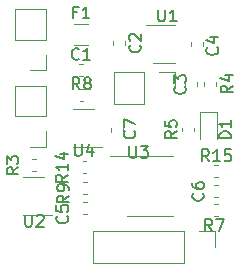
<source format=gbr>
%TF.GenerationSoftware,KiCad,Pcbnew,(5.1.6)-1*%
%TF.CreationDate,2020-11-25T11:03:50+08:00*%
%TF.ProjectId,BCG_Piezo_Integrated_V1.0,4243475f-5069-4657-9a6f-5f496e746567,rev?*%
%TF.SameCoordinates,Original*%
%TF.FileFunction,Legend,Top*%
%TF.FilePolarity,Positive*%
%FSLAX46Y46*%
G04 Gerber Fmt 4.6, Leading zero omitted, Abs format (unit mm)*
G04 Created by KiCad (PCBNEW (5.1.6)-1) date 2020-11-25 11:03:50*
%MOMM*%
%LPD*%
G01*
G04 APERTURE LIST*
%ADD10C,0.120000*%
%ADD11C,0.150000*%
G04 APERTURE END LIST*
D10*
%TO.C,U4*%
X166685800Y-139410800D02*
X164885800Y-139410800D01*
X164885800Y-142630800D02*
X167335800Y-142630800D01*
%TO.C,U2*%
X162487000Y-145136000D02*
X160687000Y-145136000D01*
X160687000Y-148356000D02*
X163137000Y-148356000D01*
%TO.C,U1*%
X171726200Y-135518800D02*
X173526200Y-135518800D01*
X173526200Y-132298800D02*
X171076200Y-132298800D01*
%TO.C,R8*%
X165796179Y-138736800D02*
X165470621Y-138736800D01*
X165796179Y-137716800D02*
X165470621Y-137716800D01*
%TO.C,R3*%
X161431921Y-143609600D02*
X161757479Y-143609600D01*
X161431921Y-144629600D02*
X161757479Y-144629600D01*
%TO.C,J3*%
X162645400Y-137404800D02*
X159985400Y-137404800D01*
X162645400Y-140004800D02*
X162645400Y-137404800D01*
X159985400Y-140004800D02*
X159985400Y-137404800D01*
X162645400Y-140004800D02*
X159985400Y-140004800D01*
X162645400Y-141274800D02*
X162645400Y-142604800D01*
X162645400Y-142604800D02*
X161315400Y-142604800D01*
%TO.C,J1*%
X162645400Y-130902400D02*
X159985400Y-130902400D01*
X162645400Y-133502400D02*
X162645400Y-130902400D01*
X159985400Y-133502400D02*
X159985400Y-130902400D01*
X162645400Y-133502400D02*
X159985400Y-133502400D01*
X162645400Y-134772400D02*
X162645400Y-136102400D01*
X162645400Y-136102400D02*
X161315400Y-136102400D01*
%TO.C,F1*%
X166184664Y-134006000D02*
X164980536Y-134006000D01*
X166184664Y-132186000D02*
X164980536Y-132186000D01*
%TO.C,C7*%
X168171400Y-141335979D02*
X168171400Y-141010421D01*
X169191400Y-141335979D02*
X169191400Y-141010421D01*
%TO.C,C4*%
X174877000Y-134020779D02*
X174877000Y-133695221D01*
X175897000Y-134020779D02*
X175897000Y-133695221D01*
%TO.C,C3*%
X175389000Y-137073321D02*
X175389000Y-137398879D01*
X174369000Y-137073321D02*
X174369000Y-137398879D01*
%TO.C,C2*%
X169293000Y-133644421D02*
X169293000Y-133969979D01*
X168273000Y-133644421D02*
X168273000Y-133969979D01*
%TO.C,C1*%
X165770879Y-136603200D02*
X165445321Y-136603200D01*
X165770879Y-135583200D02*
X165445321Y-135583200D01*
%TO.C,U3*%
X171475400Y-148457600D02*
X173425400Y-148457600D01*
X171475400Y-148457600D02*
X169525400Y-148457600D01*
X171475400Y-143337600D02*
X173425400Y-143337600D01*
X171475400Y-143337600D02*
X168025400Y-143337600D01*
%TO.C,R15*%
X176849821Y-144117600D02*
X177175379Y-144117600D01*
X176849821Y-145137600D02*
X177175379Y-145137600D01*
%TO.C,R14*%
X166050179Y-144782000D02*
X165724621Y-144782000D01*
X166050179Y-143762000D02*
X165724621Y-143762000D01*
%TO.C,R9*%
X166100979Y-146560000D02*
X165775421Y-146560000D01*
X166100979Y-145540000D02*
X165775421Y-145540000D01*
%TO.C,R7*%
X177175379Y-148439600D02*
X176849821Y-148439600D01*
X177175379Y-147419600D02*
X176849821Y-147419600D01*
%TO.C,R5*%
X174165800Y-141285179D02*
X174165800Y-140959621D01*
X175185800Y-141285179D02*
X175185800Y-140959621D01*
%TO.C,R4*%
X176045400Y-137398879D02*
X176045400Y-137073321D01*
X177065400Y-137398879D02*
X177065400Y-137073321D01*
%TO.C,J4*%
X166640200Y-149749200D02*
X166640200Y-152409200D01*
X174320200Y-149749200D02*
X166640200Y-149749200D01*
X174320200Y-152409200D02*
X166640200Y-152409200D01*
X174320200Y-149749200D02*
X174320200Y-152409200D01*
X175590200Y-149749200D02*
X176920200Y-149749200D01*
X176920200Y-149749200D02*
X176920200Y-151079200D01*
%TO.C,J2*%
X168367400Y-136287200D02*
X168367400Y-138947200D01*
X170967400Y-136287200D02*
X168367400Y-136287200D01*
X170967400Y-138947200D02*
X168367400Y-138947200D01*
X170967400Y-136287200D02*
X170967400Y-138947200D01*
X172237400Y-136287200D02*
X173567400Y-136287200D01*
X173567400Y-136287200D02*
X173567400Y-137617200D01*
%TO.C,D1*%
X177138000Y-141922400D02*
X177138000Y-139637400D01*
X177138000Y-139637400D02*
X175668000Y-139637400D01*
X175668000Y-139637400D02*
X175668000Y-141922400D01*
%TO.C,C6*%
X177200879Y-146814000D02*
X176875321Y-146814000D01*
X177200879Y-145794000D02*
X176875321Y-145794000D01*
%TO.C,C5*%
X165800721Y-147267200D02*
X166126279Y-147267200D01*
X165800721Y-148287200D02*
X166126279Y-148287200D01*
%TO.C,U4*%
D11*
X165074695Y-142352780D02*
X165074695Y-143162304D01*
X165122314Y-143257542D01*
X165169933Y-143305161D01*
X165265171Y-143352780D01*
X165455647Y-143352780D01*
X165550885Y-143305161D01*
X165598504Y-143257542D01*
X165646123Y-143162304D01*
X165646123Y-142352780D01*
X166550885Y-142686114D02*
X166550885Y-143352780D01*
X166312790Y-142305161D02*
X166074695Y-143019447D01*
X166693742Y-143019447D01*
%TO.C,U2*%
X160858295Y-148347180D02*
X160858295Y-149156704D01*
X160905914Y-149251942D01*
X160953533Y-149299561D01*
X161048771Y-149347180D01*
X161239247Y-149347180D01*
X161334485Y-149299561D01*
X161382104Y-149251942D01*
X161429723Y-149156704D01*
X161429723Y-148347180D01*
X161858295Y-148442419D02*
X161905914Y-148394800D01*
X162001152Y-148347180D01*
X162239247Y-148347180D01*
X162334485Y-148394800D01*
X162382104Y-148442419D01*
X162429723Y-148537657D01*
X162429723Y-148632895D01*
X162382104Y-148775752D01*
X161810676Y-149347180D01*
X162429723Y-149347180D01*
%TO.C,U1*%
X172135895Y-130973580D02*
X172135895Y-131783104D01*
X172183514Y-131878342D01*
X172231133Y-131925961D01*
X172326371Y-131973580D01*
X172516847Y-131973580D01*
X172612085Y-131925961D01*
X172659704Y-131878342D01*
X172707323Y-131783104D01*
X172707323Y-130973580D01*
X173707323Y-131973580D02*
X173135895Y-131973580D01*
X173421609Y-131973580D02*
X173421609Y-130973580D01*
X173326371Y-131116438D01*
X173231133Y-131211676D01*
X173135895Y-131259295D01*
%TO.C,R8*%
X165466733Y-137713980D02*
X165133400Y-137237790D01*
X164895304Y-137713980D02*
X164895304Y-136713980D01*
X165276257Y-136713980D01*
X165371495Y-136761600D01*
X165419114Y-136809219D01*
X165466733Y-136904457D01*
X165466733Y-137047314D01*
X165419114Y-137142552D01*
X165371495Y-137190171D01*
X165276257Y-137237790D01*
X164895304Y-137237790D01*
X166038161Y-137142552D02*
X165942923Y-137094933D01*
X165895304Y-137047314D01*
X165847685Y-136952076D01*
X165847685Y-136904457D01*
X165895304Y-136809219D01*
X165942923Y-136761600D01*
X166038161Y-136713980D01*
X166228638Y-136713980D01*
X166323876Y-136761600D01*
X166371495Y-136809219D01*
X166419114Y-136904457D01*
X166419114Y-136952076D01*
X166371495Y-137047314D01*
X166323876Y-137094933D01*
X166228638Y-137142552D01*
X166038161Y-137142552D01*
X165942923Y-137190171D01*
X165895304Y-137237790D01*
X165847685Y-137333028D01*
X165847685Y-137523504D01*
X165895304Y-137618742D01*
X165942923Y-137666361D01*
X166038161Y-137713980D01*
X166228638Y-137713980D01*
X166323876Y-137666361D01*
X166371495Y-137618742D01*
X166419114Y-137523504D01*
X166419114Y-137333028D01*
X166371495Y-137237790D01*
X166323876Y-137190171D01*
X166228638Y-137142552D01*
%TO.C,R3*%
X160294580Y-144337066D02*
X159818390Y-144670400D01*
X160294580Y-144908495D02*
X159294580Y-144908495D01*
X159294580Y-144527542D01*
X159342200Y-144432304D01*
X159389819Y-144384685D01*
X159485057Y-144337066D01*
X159627914Y-144337066D01*
X159723152Y-144384685D01*
X159770771Y-144432304D01*
X159818390Y-144527542D01*
X159818390Y-144908495D01*
X159294580Y-144003733D02*
X159294580Y-143384685D01*
X159675533Y-143718019D01*
X159675533Y-143575161D01*
X159723152Y-143479923D01*
X159770771Y-143432304D01*
X159866009Y-143384685D01*
X160104104Y-143384685D01*
X160199342Y-143432304D01*
X160246961Y-143479923D01*
X160294580Y-143575161D01*
X160294580Y-143860876D01*
X160246961Y-143956114D01*
X160199342Y-144003733D01*
%TO.C,F1*%
X165249266Y-131195771D02*
X164915933Y-131195771D01*
X164915933Y-131719580D02*
X164915933Y-130719580D01*
X165392123Y-130719580D01*
X166296885Y-131719580D02*
X165725457Y-131719580D01*
X166011171Y-131719580D02*
X166011171Y-130719580D01*
X165915933Y-130862438D01*
X165820695Y-130957676D01*
X165725457Y-131005295D01*
%TO.C,C7*%
X170105342Y-141238266D02*
X170152961Y-141285885D01*
X170200580Y-141428742D01*
X170200580Y-141523980D01*
X170152961Y-141666838D01*
X170057723Y-141762076D01*
X169962485Y-141809695D01*
X169772009Y-141857314D01*
X169629152Y-141857314D01*
X169438676Y-141809695D01*
X169343438Y-141762076D01*
X169248200Y-141666838D01*
X169200580Y-141523980D01*
X169200580Y-141428742D01*
X169248200Y-141285885D01*
X169295819Y-141238266D01*
X169200580Y-140904933D02*
X169200580Y-140238266D01*
X170200580Y-140666838D01*
%TO.C,C4*%
X177115742Y-134177066D02*
X177163361Y-134224685D01*
X177210980Y-134367542D01*
X177210980Y-134462780D01*
X177163361Y-134605638D01*
X177068123Y-134700876D01*
X176972885Y-134748495D01*
X176782409Y-134796114D01*
X176639552Y-134796114D01*
X176449076Y-134748495D01*
X176353838Y-134700876D01*
X176258600Y-134605638D01*
X176210980Y-134462780D01*
X176210980Y-134367542D01*
X176258600Y-134224685D01*
X176306219Y-134177066D01*
X176544314Y-133319923D02*
X177210980Y-133319923D01*
X176163361Y-133558019D02*
X176877647Y-133796114D01*
X176877647Y-133177066D01*
%TO.C,C3*%
X174372542Y-137479066D02*
X174420161Y-137526685D01*
X174467780Y-137669542D01*
X174467780Y-137764780D01*
X174420161Y-137907638D01*
X174324923Y-138002876D01*
X174229685Y-138050495D01*
X174039209Y-138098114D01*
X173896352Y-138098114D01*
X173705876Y-138050495D01*
X173610638Y-138002876D01*
X173515400Y-137907638D01*
X173467780Y-137764780D01*
X173467780Y-137669542D01*
X173515400Y-137526685D01*
X173563019Y-137479066D01*
X173467780Y-137145733D02*
X173467780Y-136526685D01*
X173848733Y-136860019D01*
X173848733Y-136717161D01*
X173896352Y-136621923D01*
X173943971Y-136574304D01*
X174039209Y-136526685D01*
X174277304Y-136526685D01*
X174372542Y-136574304D01*
X174420161Y-136621923D01*
X174467780Y-136717161D01*
X174467780Y-137002876D01*
X174420161Y-137098114D01*
X174372542Y-137145733D01*
%TO.C,C2*%
X170570142Y-133973866D02*
X170617761Y-134021485D01*
X170665380Y-134164342D01*
X170665380Y-134259580D01*
X170617761Y-134402438D01*
X170522523Y-134497676D01*
X170427285Y-134545295D01*
X170236809Y-134592914D01*
X170093952Y-134592914D01*
X169903476Y-134545295D01*
X169808238Y-134497676D01*
X169713000Y-134402438D01*
X169665380Y-134259580D01*
X169665380Y-134164342D01*
X169713000Y-134021485D01*
X169760619Y-133973866D01*
X169760619Y-133592914D02*
X169713000Y-133545295D01*
X169665380Y-133450057D01*
X169665380Y-133211961D01*
X169713000Y-133116723D01*
X169760619Y-133069104D01*
X169855857Y-133021485D01*
X169951095Y-133021485D01*
X170093952Y-133069104D01*
X170665380Y-133640533D01*
X170665380Y-133021485D01*
%TO.C,C1*%
X165415933Y-135129542D02*
X165368314Y-135177161D01*
X165225457Y-135224780D01*
X165130219Y-135224780D01*
X164987361Y-135177161D01*
X164892123Y-135081923D01*
X164844504Y-134986685D01*
X164796885Y-134796209D01*
X164796885Y-134653352D01*
X164844504Y-134462876D01*
X164892123Y-134367638D01*
X164987361Y-134272400D01*
X165130219Y-134224780D01*
X165225457Y-134224780D01*
X165368314Y-134272400D01*
X165415933Y-134320019D01*
X166368314Y-135224780D02*
X165796885Y-135224780D01*
X166082600Y-135224780D02*
X166082600Y-134224780D01*
X165987361Y-134367638D01*
X165892123Y-134462876D01*
X165796885Y-134510495D01*
%TO.C,U3*%
X169697495Y-142505180D02*
X169697495Y-143314704D01*
X169745114Y-143409942D01*
X169792733Y-143457561D01*
X169887971Y-143505180D01*
X170078447Y-143505180D01*
X170173685Y-143457561D01*
X170221304Y-143409942D01*
X170268923Y-143314704D01*
X170268923Y-142505180D01*
X170649876Y-142505180D02*
X171268923Y-142505180D01*
X170935590Y-142886133D01*
X171078447Y-142886133D01*
X171173685Y-142933752D01*
X171221304Y-142981371D01*
X171268923Y-143076609D01*
X171268923Y-143314704D01*
X171221304Y-143409942D01*
X171173685Y-143457561D01*
X171078447Y-143505180D01*
X170792733Y-143505180D01*
X170697495Y-143457561D01*
X170649876Y-143409942D01*
%TO.C,R15*%
X176420542Y-143809980D02*
X176087209Y-143333790D01*
X175849114Y-143809980D02*
X175849114Y-142809980D01*
X176230066Y-142809980D01*
X176325304Y-142857600D01*
X176372923Y-142905219D01*
X176420542Y-143000457D01*
X176420542Y-143143314D01*
X176372923Y-143238552D01*
X176325304Y-143286171D01*
X176230066Y-143333790D01*
X175849114Y-143333790D01*
X177372923Y-143809980D02*
X176801495Y-143809980D01*
X177087209Y-143809980D02*
X177087209Y-142809980D01*
X176991971Y-142952838D01*
X176896733Y-143048076D01*
X176801495Y-143095695D01*
X178277685Y-142809980D02*
X177801495Y-142809980D01*
X177753876Y-143286171D01*
X177801495Y-143238552D01*
X177896733Y-143190933D01*
X178134828Y-143190933D01*
X178230066Y-143238552D01*
X178277685Y-143286171D01*
X178325304Y-143381409D01*
X178325304Y-143619504D01*
X178277685Y-143714742D01*
X178230066Y-143762361D01*
X178134828Y-143809980D01*
X177896733Y-143809980D01*
X177801495Y-143762361D01*
X177753876Y-143714742D01*
%TO.C,R14*%
X164460180Y-144965657D02*
X163983990Y-145298990D01*
X164460180Y-145537085D02*
X163460180Y-145537085D01*
X163460180Y-145156133D01*
X163507800Y-145060895D01*
X163555419Y-145013276D01*
X163650657Y-144965657D01*
X163793514Y-144965657D01*
X163888752Y-145013276D01*
X163936371Y-145060895D01*
X163983990Y-145156133D01*
X163983990Y-145537085D01*
X164460180Y-144013276D02*
X164460180Y-144584704D01*
X164460180Y-144298990D02*
X163460180Y-144298990D01*
X163603038Y-144394228D01*
X163698276Y-144489466D01*
X163745895Y-144584704D01*
X163793514Y-143156133D02*
X164460180Y-143156133D01*
X163412561Y-143394228D02*
X164126847Y-143632323D01*
X164126847Y-143013276D01*
%TO.C,R9*%
X164561780Y-146724666D02*
X164085590Y-147058000D01*
X164561780Y-147296095D02*
X163561780Y-147296095D01*
X163561780Y-146915142D01*
X163609400Y-146819904D01*
X163657019Y-146772285D01*
X163752257Y-146724666D01*
X163895114Y-146724666D01*
X163990352Y-146772285D01*
X164037971Y-146819904D01*
X164085590Y-146915142D01*
X164085590Y-147296095D01*
X164561780Y-146248476D02*
X164561780Y-146058000D01*
X164514161Y-145962761D01*
X164466542Y-145915142D01*
X164323685Y-145819904D01*
X164133209Y-145772285D01*
X163752257Y-145772285D01*
X163657019Y-145819904D01*
X163609400Y-145867523D01*
X163561780Y-145962761D01*
X163561780Y-146153238D01*
X163609400Y-146248476D01*
X163657019Y-146296095D01*
X163752257Y-146343714D01*
X163990352Y-146343714D01*
X164085590Y-146296095D01*
X164133209Y-146248476D01*
X164180828Y-146153238D01*
X164180828Y-145962761D01*
X164133209Y-145867523D01*
X164085590Y-145819904D01*
X163990352Y-145772285D01*
%TO.C,R7*%
X176693533Y-149702780D02*
X176360200Y-149226590D01*
X176122104Y-149702780D02*
X176122104Y-148702780D01*
X176503057Y-148702780D01*
X176598295Y-148750400D01*
X176645914Y-148798019D01*
X176693533Y-148893257D01*
X176693533Y-149036114D01*
X176645914Y-149131352D01*
X176598295Y-149178971D01*
X176503057Y-149226590D01*
X176122104Y-149226590D01*
X177026866Y-148702780D02*
X177693533Y-148702780D01*
X177264961Y-149702780D01*
%TO.C,R5*%
X173698180Y-141289066D02*
X173221990Y-141622400D01*
X173698180Y-141860495D02*
X172698180Y-141860495D01*
X172698180Y-141479542D01*
X172745800Y-141384304D01*
X172793419Y-141336685D01*
X172888657Y-141289066D01*
X173031514Y-141289066D01*
X173126752Y-141336685D01*
X173174371Y-141384304D01*
X173221990Y-141479542D01*
X173221990Y-141860495D01*
X172698180Y-140384304D02*
X172698180Y-140860495D01*
X173174371Y-140908114D01*
X173126752Y-140860495D01*
X173079133Y-140765257D01*
X173079133Y-140527161D01*
X173126752Y-140431923D01*
X173174371Y-140384304D01*
X173269609Y-140336685D01*
X173507704Y-140336685D01*
X173602942Y-140384304D01*
X173650561Y-140431923D01*
X173698180Y-140527161D01*
X173698180Y-140765257D01*
X173650561Y-140860495D01*
X173602942Y-140908114D01*
%TO.C,R4*%
X178430180Y-137402766D02*
X177953990Y-137736100D01*
X178430180Y-137974195D02*
X177430180Y-137974195D01*
X177430180Y-137593242D01*
X177477800Y-137498004D01*
X177525419Y-137450385D01*
X177620657Y-137402766D01*
X177763514Y-137402766D01*
X177858752Y-137450385D01*
X177906371Y-137498004D01*
X177953990Y-137593242D01*
X177953990Y-137974195D01*
X177763514Y-136545623D02*
X178430180Y-136545623D01*
X177382561Y-136783719D02*
X178096847Y-137021814D01*
X178096847Y-136402766D01*
%TO.C,D1*%
X178285380Y-141860495D02*
X177285380Y-141860495D01*
X177285380Y-141622400D01*
X177333000Y-141479542D01*
X177428238Y-141384304D01*
X177523476Y-141336685D01*
X177713952Y-141289066D01*
X177856809Y-141289066D01*
X178047285Y-141336685D01*
X178142523Y-141384304D01*
X178237761Y-141479542D01*
X178285380Y-141622400D01*
X178285380Y-141860495D01*
X178285380Y-140336685D02*
X178285380Y-140908114D01*
X178285380Y-140622400D02*
X177285380Y-140622400D01*
X177428238Y-140717638D01*
X177523476Y-140812876D01*
X177571095Y-140908114D01*
%TO.C,C6*%
X175896542Y-146521466D02*
X175944161Y-146569085D01*
X175991780Y-146711942D01*
X175991780Y-146807180D01*
X175944161Y-146950038D01*
X175848923Y-147045276D01*
X175753685Y-147092895D01*
X175563209Y-147140514D01*
X175420352Y-147140514D01*
X175229876Y-147092895D01*
X175134638Y-147045276D01*
X175039400Y-146950038D01*
X174991780Y-146807180D01*
X174991780Y-146711942D01*
X175039400Y-146569085D01*
X175087019Y-146521466D01*
X174991780Y-145664323D02*
X174991780Y-145854800D01*
X175039400Y-145950038D01*
X175087019Y-145997657D01*
X175229876Y-146092895D01*
X175420352Y-146140514D01*
X175801304Y-146140514D01*
X175896542Y-146092895D01*
X175944161Y-146045276D01*
X175991780Y-145950038D01*
X175991780Y-145759561D01*
X175944161Y-145664323D01*
X175896542Y-145616704D01*
X175801304Y-145569085D01*
X175563209Y-145569085D01*
X175467971Y-145616704D01*
X175420352Y-145664323D01*
X175372733Y-145759561D01*
X175372733Y-145950038D01*
X175420352Y-146045276D01*
X175467971Y-146092895D01*
X175563209Y-146140514D01*
%TO.C,C5*%
X164415742Y-148451866D02*
X164463361Y-148499485D01*
X164510980Y-148642342D01*
X164510980Y-148737580D01*
X164463361Y-148880438D01*
X164368123Y-148975676D01*
X164272885Y-149023295D01*
X164082409Y-149070914D01*
X163939552Y-149070914D01*
X163749076Y-149023295D01*
X163653838Y-148975676D01*
X163558600Y-148880438D01*
X163510980Y-148737580D01*
X163510980Y-148642342D01*
X163558600Y-148499485D01*
X163606219Y-148451866D01*
X163510980Y-147547104D02*
X163510980Y-148023295D01*
X163987171Y-148070914D01*
X163939552Y-148023295D01*
X163891933Y-147928057D01*
X163891933Y-147689961D01*
X163939552Y-147594723D01*
X163987171Y-147547104D01*
X164082409Y-147499485D01*
X164320504Y-147499485D01*
X164415742Y-147547104D01*
X164463361Y-147594723D01*
X164510980Y-147689961D01*
X164510980Y-147928057D01*
X164463361Y-148023295D01*
X164415742Y-148070914D01*
%TD*%
M02*

</source>
